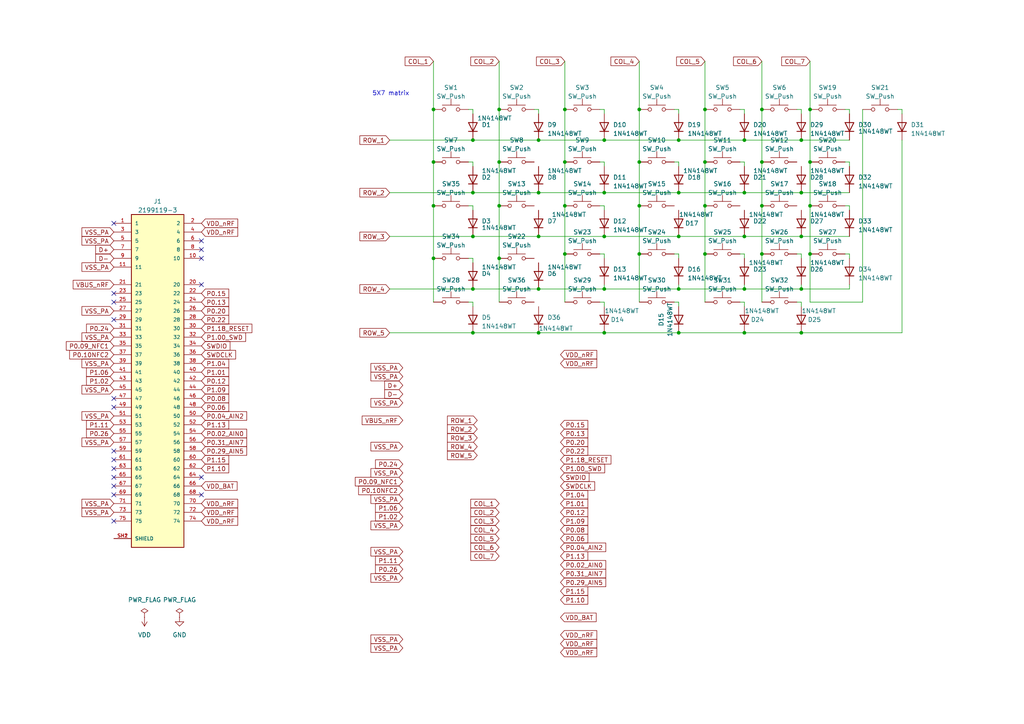
<source format=kicad_sch>
(kicad_sch (version 20230121) (generator eeschema)
  (paper "A4")
  (lib_symbols
    (symbol "2199119-3:2199119-3" (pin_names (offset 1.016))
      (property "Reference" "J" (at -7.6454 48.9966 0))
      (property "Value" "2199119-3" (at -7.62 -50.8762 0))
      (symbol "2199119-3_0_0"
        (rectangle (start -7.62 -48.26) (end 7.62 48.26) (stroke (width 0.254)) (fill (type background)))
        (pin passive line (at -12.7 45.72 0) (length 5.08) (name "1") (number "1"))
        (pin passive line (at 12.7 35.56 180) (length 5.08) (name "10") (number "10"))
        (pin passive line (at -12.7 33.02 0) (length 5.08) (name "11") (number "11"))
        (pin passive line (at 12.7 45.72 180) (length 5.08) (name "2") (number "2"))
        (pin passive line (at 12.7 27.94 180) (length 5.08) (name "20") (number "20"))
        (pin passive line (at -12.7 27.94 0) (length 5.08) (name "21") (number "21"))
        (pin passive line (at 12.7 25.4 180) (length 5.08) (name "22") (number "22"))
        (pin passive line (at -12.7 25.4 0) (length 5.08) (name "23") (number "23"))
        (pin passive line (at 12.7 22.86 180) (length 5.08) (name "24") (number "24"))
        (pin passive line (at -12.7 22.86 0) (length 5.08) (name "25") (number "25"))
        (pin passive line (at 12.7 20.32 180) (length 5.08) (name "26") (number "26"))
        (pin passive line (at -12.7 20.32 0) (length 5.08) (name "27") (number "27"))
        (pin passive line (at 12.7 17.78 180) (length 5.08) (name "28") (number "28"))
        (pin passive line (at -12.7 17.78 0) (length 5.08) (name "29") (number "29"))
        (pin passive line (at -12.7 43.18 0) (length 5.08) (name "3") (number "3"))
        (pin passive line (at 12.7 15.24 180) (length 5.08) (name "30") (number "30"))
        (pin passive line (at -12.7 15.24 0) (length 5.08) (name "31") (number "31"))
        (pin passive line (at 12.7 12.7 180) (length 5.08) (name "32") (number "32"))
        (pin passive line (at -12.7 12.7 0) (length 5.08) (name "33") (number "33"))
        (pin passive line (at 12.7 10.16 180) (length 5.08) (name "34") (number "34"))
        (pin passive line (at -12.7 10.16 0) (length 5.08) (name "35") (number "35"))
        (pin passive line (at 12.7 7.62 180) (length 5.08) (name "36") (number "36"))
        (pin passive line (at -12.7 7.62 0) (length 5.08) (name "37") (number "37"))
        (pin passive line (at 12.7 5.08 180) (length 5.08) (name "38") (number "38"))
        (pin passive line (at -12.7 5.08 0) (length 5.08) (name "39") (number "39"))
        (pin passive line (at 12.7 43.18 180) (length 5.08) (name "4") (number "4"))
        (pin passive line (at 12.7 2.54 180) (length 5.08) (name "40") (number "40"))
        (pin passive line (at -12.7 2.54 0) (length 5.08) (name "41") (number "41"))
        (pin passive line (at 12.7 0 180) (length 5.08) (name "42") (number "42"))
        (pin passive line (at -12.7 0 0) (length 5.08) (name "43") (number "43"))
        (pin passive line (at 12.7 -2.54 180) (length 5.08) (name "44") (number "44"))
        (pin passive line (at -12.7 -2.54 0) (length 5.08) (name "45") (number "45"))
        (pin passive line (at 12.7 -5.08 180) (length 5.08) (name "46") (number "46"))
        (pin passive line (at -12.7 -5.08 0) (length 5.08) (name "47") (number "47"))
        (pin passive line (at 12.7 -7.62 180) (length 5.08) (name "48") (number "48"))
        (pin passive line (at -12.7 -7.62 0) (length 5.08) (name "49") (number "49"))
        (pin passive line (at -12.7 40.64 0) (length 5.08) (name "5") (number "5"))
        (pin passive line (at 12.7 -10.16 180) (length 5.08) (name "50") (number "50"))
        (pin passive line (at -12.7 -10.16 0) (length 5.08) (name "51") (number "51"))
        (pin passive line (at 12.7 -12.7 180) (length 5.08) (name "52") (number "52"))
        (pin passive line (at -12.7 -12.7 0) (length 5.08) (name "53") (number "53"))
        (pin passive line (at 12.7 -15.24 180) (length 5.08) (name "54") (number "54"))
        (pin passive line (at -12.7 -15.24 0) (length 5.08) (name "55") (number "55"))
        (pin passive line (at 12.7 -17.78 180) (length 5.08) (name "56") (number "56"))
        (pin passive line (at -12.7 -17.78 0) (length 5.08) (name "57") (number "57"))
        (pin passive line (at 12.7 -20.32 180) (length 5.08) (name "58") (number "58"))
        (pin passive line (at -12.7 -20.32 0) (length 5.08) (name "59") (number "59"))
        (pin passive line (at 12.7 40.64 180) (length 5.08) (name "6") (number "6"))
        (pin passive line (at 12.7 -22.86 180) (length 5.08) (name "60") (number "60"))
        (pin passive line (at -12.7 -22.86 0) (length 5.08) (name "61") (number "61"))
        (pin passive line (at 12.7 -25.4 180) (length 5.08) (name "62") (number "62"))
        (pin passive line (at -12.7 -25.4 0) (length 5.08) (name "63") (number "63"))
        (pin passive line (at 12.7 -27.94 180) (length 5.08) (name "64") (number "64"))
        (pin passive line (at -12.7 -27.94 0) (length 5.08) (name "65") (number "65"))
        (pin passive line (at 12.7 -30.48 180) (length 5.08) (name "66") (number "66"))
        (pin passive line (at -12.7 -30.48 0) (length 5.08) (name "67") (number "67"))
        (pin passive line (at 12.7 -33.02 180) (length 5.08) (name "68") (number "68"))
        (pin passive line (at -12.7 -33.02 0) (length 5.08) (name "69") (number "69"))
        (pin passive line (at -12.7 38.1 0) (length 5.08) (name "7") (number "7"))
        (pin passive line (at 12.7 -35.56 180) (length 5.08) (name "70") (number "70"))
        (pin passive line (at -12.7 -35.56 0) (length 5.08) (name "71") (number "71"))
        (pin passive line (at 12.7 -38.1 180) (length 5.08) (name "72") (number "72"))
        (pin passive line (at -12.7 -38.1 0) (length 5.08) (name "73") (number "73"))
        (pin passive line (at 12.7 -40.64 180) (length 5.08) (name "74") (number "74"))
        (pin passive line (at -12.7 -40.64 0) (length 5.08) (name "75") (number "75"))
        (pin passive line (at 12.7 38.1 180) (length 5.08) (name "8") (number "8"))
        (pin passive line (at -12.7 35.56 0) (length 5.08) (name "9") (number "9"))
        (pin passive line (at -12.7 -45.72 0) (length 5.08) (name "SHIELD") (number "SH1"))
        (pin passive line (at -12.7 -45.72 0) (length 5.08) (name "SHIELD") (number "SH2"))
      )
    )
    (symbol "Diode:1N4148WT" (pin_numbers hide) (pin_names hide)
      (property "Reference" "D" (at 0 2.54 0))
      (property "Value" "1N4148WT" (at 0 -2.54 0))
      (symbol "1N4148WT_0_1"
        (polyline (pts (xy -1.27 1.27) (xy -1.27 -1.27)) (stroke (width 0.254)))
        (polyline (pts (xy 1.27 0) (xy -1.27 0)))
        (polyline (pts (xy 1.27 1.27) (xy 1.27 -1.27) (xy -1.27 0) (xy 1.27 1.27)) (stroke (width 0.254)))
      )
      (symbol "1N4148WT_1_1"
        (pin passive line (at -3.81 0 0) (length 2.54) (name "K") (number "1"))
        (pin passive line (at 3.81 0 180) (length 2.54) (name "A") (number "2"))
      )
    )
    (symbol "Switch:SW_Push" (pin_numbers hide) (pin_names (offset 1.016) hide)
      (property "Reference" "SW" (at 1.27 2.54 0))
      (property "Value" "SW_Push" (at 0 -1.524 0))
      (symbol "SW_Push_0_1"
        (circle (center -2.032 0) (radius 0.508))
        (polyline (pts (xy 0 1.27) (xy 0 3.048)))
        (polyline (pts (xy 2.54 1.27) (xy -2.54 1.27)))
        (circle (center 2.032 0) (radius 0.508))
        (pin passive line (at -5.08 0 0) (length 2.54) (name "1") (number "1"))
        (pin passive line (at 5.08 0 180) (length 2.54) (name "2") (number "2"))
      )
    )
    (symbol "power:GND" (power) (pin_names (offset 0))
      (property "Value" "GND" (at 0 -3.81 0))
      (symbol "GND_0_1"
        (polyline (pts (xy 0 0) (xy 0 -1.27) (xy 1.27 -1.27) (xy 0 -2.54) (xy -1.27 -1.27) (xy 0 -1.27)))
      )
      (symbol "GND_1_1"
        (pin power_in line (at 0 0 270) (length 0) hide (name "GND") (number "1"))
      )
    )
    (symbol "power:PWR_FLAG" (power) (pin_numbers hide) (pin_names (offset 0) hide)
      (property "Value" "PWR_FLAG" (at 0 3.81 0))
      (symbol "PWR_FLAG_0_0"
        (pin power_out line (at 0 0 90) (length 0) (name "pwr") (number "1"))
      )
      (symbol "PWR_FLAG_0_1"
        (polyline (pts (xy 0 0) (xy 0 1.27) (xy -1.016 1.905) (xy 0 2.54) (xy 1.016 1.905) (xy 0 1.27)))
      )
    )
    (symbol "power:VDD" (power) (pin_names (offset 0))
      (property "Value" "VDD" (at 0 3.81 0))
      (symbol "VDD_0_1"
        (polyline (pts (xy -0.762 1.27) (xy 0 2.54)))
        (polyline (pts (xy 0 0) (xy 0 2.54)))
        (polyline (pts (xy 0 2.54) (xy 0.762 1.27)))
      )
      (symbol "VDD_1_1"
        (pin power_in line (at 0 0 90) (length 0) hide (name "VDD") (number "1"))
      )
    )
  )
  (junction (at 175.26 83.82))
  (junction (at 215.9 68.58))
  (junction (at 215.9 40.64))
  (junction (at 196.85 68.58))
  (junction (at 175.26 55.88))
  (junction (at 137.16 68.58))
  (junction (at 220.98 73.66))
  (junction (at 232.41 40.64))
  (junction (at 234.95 31.75))
  (junction (at 234.95 59.69))
  (junction (at 144.78 46.99))
  (junction (at 234.95 46.99))
  (junction (at 232.41 96.52))
  (junction (at 234.95 73.66))
  (junction (at 215.9 55.88))
  (junction (at 204.47 46.99))
  (junction (at 137.16 83.82))
  (junction (at 204.47 31.75))
  (junction (at 144.78 31.75))
  (junction (at 220.98 46.99))
  (junction (at 156.21 68.58))
  (junction (at 137.16 55.88))
  (junction (at 204.47 59.69))
  (junction (at 156.21 83.82))
  (junction (at 196.85 83.82))
  (junction (at 196.85 55.88))
  (junction (at 204.47 73.66))
  (junction (at 137.16 40.64))
  (junction (at 185.42 31.75))
  (junction (at 163.83 46.99))
  (junction (at 163.83 59.69))
  (junction (at 185.42 59.69))
  (junction (at 144.78 74.93))
  (junction (at 185.42 73.66))
  (junction (at 175.26 40.64))
  (junction (at 232.41 83.82))
  (junction (at 196.85 40.64))
  (junction (at 125.73 59.69))
  (junction (at 156.21 40.64))
  (junction (at 220.98 31.75))
  (junction (at 163.83 31.75))
  (junction (at 175.26 96.52))
  (junction (at 163.83 73.66))
  (junction (at 125.73 74.93))
  (junction (at 220.98 59.69))
  (junction (at 137.16 96.52))
  (junction (at 185.42 46.99))
  (junction (at 156.21 96.52))
  (junction (at 175.26 68.58))
  (junction (at 215.9 96.52))
  (junction (at 196.85 96.52))
  (junction (at 144.78 59.69))
  (junction (at 215.9 83.82))
  (junction (at 125.73 31.75))
  (junction (at 232.41 68.58))
  (junction (at 125.73 46.99))
  (junction (at 156.21 55.88))
  (junction (at 232.41 55.88))
  (no_connect (at 33.02 87.63))
  (no_connect (at 33.02 143.51))
  (no_connect (at 33.02 92.71))
  (no_connect (at 33.02 133.35))
  (no_connect (at 33.02 130.81))
  (no_connect (at 33.02 140.97))
  (no_connect (at 58.42 72.39))
  (no_connect (at 33.02 115.57))
  (no_connect (at 58.42 69.85))
  (no_connect (at 33.02 138.43))
  (no_connect (at 58.42 74.93))
  (no_connect (at 33.02 118.11))
  (no_connect (at 33.02 85.09))
  (no_connect (at 33.02 64.77))
  (no_connect (at 58.42 138.43))
  (no_connect (at 33.02 151.13))
  (no_connect (at 58.42 82.55))
  (no_connect (at 58.42 143.51))
  (no_connect (at 33.02 135.89))
  (wire (pts (xy 125.73 31.75) (xy 125.73 46.99)))
  (wire (pts (xy 246.38 59.69) (xy 246.38 60.96)))
  (wire (pts (xy 156.21 83.82) (xy 175.26 83.82)))
  (wire (pts (xy 196.85 68.58) (xy 215.9 68.58)))
  (wire (pts (xy 246.38 83.82) (xy 246.38 82.55)))
  (wire (pts (xy 137.16 68.58) (xy 156.21 68.58)))
  (wire (pts (xy 137.16 60.96) (xy 137.16 59.69)))
  (wire (pts (xy 195.58 73.66) (xy 196.85 73.66)))
  (wire (pts (xy 135.89 87.63) (xy 137.16 87.63)))
  (wire (pts (xy 196.85 46.99) (xy 196.85 48.26)))
  (wire (pts (xy 156.21 40.64) (xy 175.26 40.64)))
  (wire (pts (xy 245.11 73.66) (xy 246.38 73.66)))
  (wire (pts (xy 245.11 31.75) (xy 246.38 31.75)))
  (wire (pts (xy 245.11 46.99) (xy 246.38 46.99)))
  (wire (pts (xy 144.78 31.75) (xy 144.78 46.99)))
  (wire (pts (xy 232.41 55.88) (xy 246.38 55.88)))
  (wire (pts (xy 234.95 73.66) (xy 234.95 87.63)))
  (wire (pts (xy 144.78 59.69) (xy 144.78 74.93)))
  (wire (pts (xy 196.85 40.64) (xy 215.9 40.64)))
  (wire (pts (xy 204.47 59.69) (xy 204.47 73.66)))
  (wire (pts (xy 185.42 31.75) (xy 185.42 46.99)))
  (wire (pts (xy 234.95 46.99) (xy 234.95 59.69)))
  (wire (pts (xy 196.85 73.66) (xy 196.85 74.93)))
  (wire (pts (xy 144.78 17.78) (xy 144.78 31.75)))
  (wire (pts (xy 232.41 96.52) (xy 261.62 96.52)))
  (wire (pts (xy 196.85 31.75) (xy 196.85 33.02)))
  (wire (pts (xy 215.9 96.52) (xy 232.41 96.52)))
  (wire (pts (xy 246.38 46.99) (xy 246.38 48.26)))
  (wire (pts (xy 113.03 83.82) (xy 137.16 83.82)))
  (wire (pts (xy 137.16 55.88) (xy 156.21 55.88)))
  (wire (pts (xy 185.42 17.78) (xy 185.42 31.75)))
  (wire (pts (xy 175.26 59.69) (xy 175.26 60.96)))
  (wire (pts (xy 125.73 59.69) (xy 125.73 74.93)))
  (wire (pts (xy 215.9 55.88) (xy 232.41 55.88)))
  (wire (pts (xy 260.35 31.75) (xy 261.62 31.75)))
  (wire (pts (xy 246.38 73.66) (xy 246.38 74.93)))
  (wire (pts (xy 173.99 46.99) (xy 175.26 46.99)))
  (wire (pts (xy 204.47 31.75) (xy 204.47 46.99)))
  (wire (pts (xy 234.95 87.63) (xy 250.19 87.63)))
  (wire (pts (xy 175.26 46.99) (xy 175.26 48.26)))
  (wire (pts (xy 215.9 68.58) (xy 232.41 68.58)))
  (wire (pts (xy 135.89 46.99) (xy 137.16 46.99)))
  (wire (pts (xy 261.62 31.75) (xy 261.62 33.02)))
  (wire (pts (xy 185.42 46.99) (xy 185.42 59.69)))
  (wire (pts (xy 231.14 87.63) (xy 232.41 87.63)))
  (wire (pts (xy 232.41 73.66) (xy 232.41 74.93)))
  (wire (pts (xy 231.14 73.66) (xy 232.41 73.66)))
  (wire (pts (xy 195.58 87.63) (xy 196.85 87.63)))
  (wire (pts (xy 185.42 59.69) (xy 185.42 73.66)))
  (wire (pts (xy 175.26 31.75) (xy 175.26 33.02)))
  (wire (pts (xy 196.85 96.52) (xy 215.9 96.52)))
  (wire (pts (xy 204.47 17.78) (xy 204.47 31.75)))
  (wire (pts (xy 196.85 83.82) (xy 215.9 83.82)))
  (wire (pts (xy 173.99 73.66) (xy 175.26 73.66)))
  (wire (pts (xy 137.16 31.75) (xy 137.16 33.02)))
  (wire (pts (xy 144.78 46.99) (xy 144.78 59.69)))
  (wire (pts (xy 175.26 68.58) (xy 196.85 68.58)))
  (wire (pts (xy 232.41 83.82) (xy 246.38 83.82)))
  (wire (pts (xy 156.21 31.75) (xy 156.21 33.02)))
  (wire (pts (xy 173.99 31.75) (xy 175.26 31.75)))
  (wire (pts (xy 195.58 31.75) (xy 196.85 31.75)))
  (wire (pts (xy 215.9 83.82) (xy 232.41 83.82)))
  (wire (pts (xy 215.9 73.66) (xy 215.9 74.93)))
  (wire (pts (xy 220.98 73.66) (xy 220.98 87.63)))
  (wire (pts (xy 175.26 96.52) (xy 196.85 96.52)))
  (wire (pts (xy 137.16 46.99) (xy 137.16 48.26)))
  (wire (pts (xy 137.16 59.69) (xy 135.89 59.69)))
  (wire (pts (xy 113.03 40.64) (xy 137.16 40.64)))
  (wire (pts (xy 204.47 73.66) (xy 204.47 87.63)))
  (wire (pts (xy 113.03 96.52) (xy 137.16 96.52)))
  (wire (pts (xy 137.16 40.64) (xy 156.21 40.64)))
  (wire (pts (xy 175.26 82.55) (xy 175.26 83.82)))
  (wire (pts (xy 137.16 87.63) (xy 137.16 88.9)))
  (wire (pts (xy 232.41 82.55) (xy 232.41 83.82)))
  (wire (pts (xy 250.19 87.63) (xy 250.19 31.75)))
  (wire (pts (xy 175.26 83.82) (xy 196.85 83.82)))
  (wire (pts (xy 234.95 59.69) (xy 234.95 73.66)))
  (wire (pts (xy 220.98 59.69) (xy 220.98 73.66)))
  (wire (pts (xy 215.9 31.75) (xy 215.9 33.02)))
  (wire (pts (xy 214.63 31.75) (xy 215.9 31.75)))
  (wire (pts (xy 113.03 68.58) (xy 137.16 68.58)))
  (wire (pts (xy 196.85 82.55) (xy 196.85 83.82)))
  (wire (pts (xy 156.21 31.75) (xy 154.94 31.75)))
  (wire (pts (xy 156.21 96.52) (xy 175.26 96.52)))
  (wire (pts (xy 232.41 31.75) (xy 232.41 33.02)))
  (wire (pts (xy 215.9 40.64) (xy 232.41 40.64)))
  (wire (pts (xy 234.95 17.78) (xy 234.95 31.75)))
  (wire (pts (xy 214.63 87.63) (xy 215.9 87.63)))
  (wire (pts (xy 220.98 46.99) (xy 220.98 59.69)))
  (wire (pts (xy 234.95 31.75) (xy 234.95 46.99)))
  (wire (pts (xy 232.41 68.58) (xy 246.38 68.58)))
  (wire (pts (xy 175.26 87.63) (xy 175.26 88.9)))
  (wire (pts (xy 175.26 73.66) (xy 175.26 74.93)))
  (wire (pts (xy 246.38 31.75) (xy 246.38 33.02)))
  (wire (pts (xy 173.99 59.69) (xy 175.26 59.69)))
  (wire (pts (xy 204.47 46.99) (xy 204.47 59.69)))
  (wire (pts (xy 125.73 74.93) (xy 125.73 87.63)))
  (wire (pts (xy 163.83 59.69) (xy 163.83 73.66)))
  (wire (pts (xy 163.83 46.99) (xy 163.83 59.69)))
  (wire (pts (xy 163.83 73.66) (xy 163.83 87.63)))
  (wire (pts (xy 156.21 68.58) (xy 175.26 68.58)))
  (wire (pts (xy 135.89 31.75) (xy 137.16 31.75)))
  (wire (pts (xy 220.98 17.78) (xy 220.98 31.75)))
  (wire (pts (xy 215.9 87.63) (xy 215.9 88.9)))
  (wire (pts (xy 163.83 31.75) (xy 163.83 46.99)))
  (wire (pts (xy 113.03 55.88) (xy 137.16 55.88)))
  (wire (pts (xy 137.16 96.52) (xy 156.21 96.52)))
  (wire (pts (xy 175.26 40.64) (xy 196.85 40.64)))
  (wire (pts (xy 232.41 87.63) (xy 232.41 88.9)))
  (wire (pts (xy 135.89 74.93) (xy 137.16 74.93)))
  (wire (pts (xy 261.62 40.64) (xy 261.62 96.52)))
  (wire (pts (xy 175.26 55.88) (xy 196.85 55.88)))
  (wire (pts (xy 214.63 73.66) (xy 215.9 73.66)))
  (wire (pts (xy 163.83 17.78) (xy 163.83 31.75)))
  (wire (pts (xy 196.85 55.88) (xy 215.9 55.88)))
  (wire (pts (xy 215.9 82.55) (xy 215.9 83.82)))
  (wire (pts (xy 173.99 87.63) (xy 175.26 87.63)))
  (wire (pts (xy 185.42 73.66) (xy 185.42 87.63)))
  (wire (pts (xy 144.78 74.93) (xy 144.78 87.63)))
  (wire (pts (xy 215.9 46.99) (xy 215.9 48.26)))
  (wire (pts (xy 245.11 59.69) (xy 246.38 59.69)))
  (wire (pts (xy 156.21 55.88) (xy 175.26 55.88)))
  (wire (pts (xy 137.16 83.82) (xy 156.21 83.82)))
  (wire (pts (xy 231.14 31.75) (xy 232.41 31.75)))
  (wire (pts (xy 195.58 46.99) (xy 196.85 46.99)))
  (wire (pts (xy 196.85 87.63) (xy 196.85 88.9)))
  (wire (pts (xy 125.73 46.99) (xy 125.73 59.69)))
  (wire (pts (xy 125.73 17.78) (xy 125.73 31.75)))
  (wire (pts (xy 214.63 46.99) (xy 215.9 46.99)))
  (wire (pts (xy 232.41 40.64) (xy 246.38 40.64)))
  (wire (pts (xy 137.16 74.93) (xy 137.16 76.2)))
  (wire (pts (xy 220.98 31.75) (xy 220.98 46.99)))
  (text "5X7 matrix" (at 107.95 27.94 0) (effects (font (size 1.27 1.27)) (justify left bottom)))
  (global_label "P1.18_RESET" (shape input) (at 58.42 95.25 0) (property "Intersheetrefs" "${INTERSHEET_REFS}" (effects hide)))
  (global_label "COL_5" (shape input) (at 204.47 17.78 180) (property "Intersheetrefs" "${INTERSHEET_REFS}" (effects hide)))
  (global_label "P1.06" (shape input) (at 116.84 147.32 180) (property "Intersheetrefs" "${INTERSHEET_REFS}" (effects hide)))
  (global_label "VSS_PA" (shape input) (at 116.84 129.54 180) (property "Intersheetrefs" "${INTERSHEET_REFS}" (effects hide)))
  (global_label "P1.02" (shape input) (at 33.02 110.49 180) (property "Intersheetrefs" "${INTERSHEET_REFS}" (effects hide)))
  (global_label "P1.09" (shape input) (at 162.56 151.13 0) (property "Intersheetrefs" "${INTERSHEET_REFS}" (effects hide)))
  (global_label "VSS_PA" (shape input) (at 33.02 128.27 180) (property "Intersheetrefs" "${INTERSHEET_REFS}" (effects hide)))
  (global_label "VSS_PA" (shape input) (at 116.84 137.16 180) (property "Intersheetrefs" "${INTERSHEET_REFS}" (effects hide)))
  (global_label "P0.24" (shape input) (at 33.02 95.25 180) (property "Intersheetrefs" "${INTERSHEET_REFS}" (effects hide)))
  (global_label "VDD_nRF" (shape input) (at 162.56 105.41 0) (property "Intersheetrefs" "${INTERSHEET_REFS}" (effects hide)))
  (global_label "ROW_1" (shape input) (at 113.03 40.64 180) (property "Intersheetrefs" "${INTERSHEET_REFS}" (effects hide)))
  (global_label "VSS_PA" (shape input) (at 116.84 109.22 180) (property "Intersheetrefs" "${INTERSHEET_REFS}" (effects hide)))
  (global_label "ROW_2" (shape input) (at 113.03 55.88 180) (property "Intersheetrefs" "${INTERSHEET_REFS}" (effects hide)))
  (global_label "P1.01" (shape input) (at 162.56 146.05 0) (property "Intersheetrefs" "${INTERSHEET_REFS}" (effects hide)))
  (global_label "VSS_PA" (shape input) (at 116.84 160.02 180) (property "Intersheetrefs" "${INTERSHEET_REFS}" (effects hide)))
  (global_label "SWDIO" (shape input) (at 58.42 100.33 0) (property "Intersheetrefs" "${INTERSHEET_REFS}" (effects hide)))
  (global_label "P1.15" (shape input) (at 162.56 171.45 0) (property "Intersheetrefs" "${INTERSHEET_REFS}" (effects hide)))
  (global_label "COL_1" (shape input) (at 144.78 146.05 180) (property "Intersheetrefs" "${INTERSHEET_REFS}" (effects hide)))
  (global_label "P0.26" (shape input) (at 33.02 125.73 180) (property "Intersheetrefs" "${INTERSHEET_REFS}" (effects hide)))
  (global_label "VDD_nRF" (shape input) (at 162.56 186.69 0) (property "Intersheetrefs" "${INTERSHEET_REFS}" (effects hide)))
  (global_label "ROW_4" (shape input) (at 138.43 129.54 180) (property "Intersheetrefs" "${INTERSHEET_REFS}" (effects hide)))
  (global_label "P0.04_AIN2" (shape input) (at 58.42 120.65 0) (property "Intersheetrefs" "${INTERSHEET_REFS}" (effects hide)))
  (global_label "VSS_PA" (shape input) (at 33.02 69.85 180) (property "Intersheetrefs" "${INTERSHEET_REFS}" (effects hide)))
  (global_label "P0.02_AIN0" (shape input) (at 162.56 163.83 0) (property "Intersheetrefs" "${INTERSHEET_REFS}" (effects hide)))
  (global_label "P0.31_AIN7" (shape input) (at 162.56 166.37 0) (property "Intersheetrefs" "${INTERSHEET_REFS}" (effects hide)))
  (global_label "P1.06" (shape input) (at 33.02 107.95 180) (property "Intersheetrefs" "${INTERSHEET_REFS}" (effects hide)))
  (global_label "P1.13" (shape input) (at 162.56 161.29 0) (property "Intersheetrefs" "${INTERSHEET_REFS}" (effects hide)))
  (global_label "VBUS_nRF" (shape input) (at 33.02 82.55 180) (property "Intersheetrefs" "${INTERSHEET_REFS}" (effects hide)))
  (global_label "P1.11" (shape input) (at 33.02 123.19 180) (property "Intersheetrefs" "${INTERSHEET_REFS}" (effects hide)))
  (global_label "VSS_PA" (shape input) (at 116.84 152.4 180) (property "Intersheetrefs" "${INTERSHEET_REFS}" (effects hide)))
  (global_label "VSS_PA" (shape input) (at 116.84 185.42 180) (property "Intersheetrefs" "${INTERSHEET_REFS}" (effects hide)))
  (global_label "ROW_3" (shape input) (at 138.43 127 180) (property "Intersheetrefs" "${INTERSHEET_REFS}" (effects hide)))
  (global_label "VDD_nRF" (shape input) (at 58.42 146.05 0) (property "Intersheetrefs" "${INTERSHEET_REFS}" (effects hide)))
  (global_label "COL_4" (shape input) (at 185.42 17.78 180) (property "Intersheetrefs" "${INTERSHEET_REFS}" (effects hide)))
  (global_label "D-" (shape input) (at 33.02 74.93 180) (property "Intersheetrefs" "${INTERSHEET_REFS}" (effects hide)))
  (global_label "D+" (shape input) (at 33.02 72.39 180) (property "Intersheetrefs" "${INTERSHEET_REFS}" (effects hide)))
  (global_label "P0.31_AIN7" (shape input) (at 58.42 128.27 0) (property "Intersheetrefs" "${INTERSHEET_REFS}" (effects hide)))
  (global_label "COL_6" (shape input) (at 144.78 158.75 180) (property "Intersheetrefs" "${INTERSHEET_REFS}" (effects hide)))
  (global_label "P0.13" (shape input) (at 162.56 125.73 0) (property "Intersheetrefs" "${INTERSHEET_REFS}" (effects hide)))
  (global_label "VSS_PA" (shape input) (at 33.02 90.17 180) (property "Intersheetrefs" "${INTERSHEET_REFS}" (effects hide)))
  (global_label "P0.08" (shape input) (at 58.42 115.57 0) (property "Intersheetrefs" "${INTERSHEET_REFS}" (effects hide)))
  (global_label "P1.02" (shape input) (at 116.84 149.86 180) (property "Intersheetrefs" "${INTERSHEET_REFS}" (effects hide)))
  (global_label "P1.09" (shape input) (at 58.42 113.03 0) (property "Intersheetrefs" "${INTERSHEET_REFS}" (effects hide)))
  (global_label "P0.04_AIN2" (shape input) (at 162.56 158.75 0) (property "Intersheetrefs" "${INTERSHEET_REFS}" (effects hide)))
  (global_label "P0.13" (shape input) (at 58.42 87.63 0) (property "Intersheetrefs" "${INTERSHEET_REFS}" (effects hide)))
  (global_label "P0.26" (shape input) (at 116.84 165.1 180) (property "Intersheetrefs" "${INTERSHEET_REFS}" (effects hide)))
  (global_label "P0.12" (shape input) (at 162.56 148.59 0) (property "Intersheetrefs" "${INTERSHEET_REFS}" (effects hide)))
  (global_label "D-" (shape input) (at 116.84 114.3 180) (property "Intersheetrefs" "${INTERSHEET_REFS}" (effects hide)))
  (global_label "ROW_2" (shape input) (at 138.43 124.46 180) (property "Intersheetrefs" "${INTERSHEET_REFS}" (effects hide)))
  (global_label "P1.11" (shape input) (at 116.84 162.56 180) (property "Intersheetrefs" "${INTERSHEET_REFS}" (effects hide)))
  (global_label "VSS_PA" (shape input) (at 33.02 67.31 180) (property "Intersheetrefs" "${INTERSHEET_REFS}" (effects hide)))
  (global_label "COL_7" (shape input) (at 234.95 17.78 180) (property "Intersheetrefs" "${INTERSHEET_REFS}" (effects hide)))
  (global_label "P1.13" (shape input) (at 58.42 123.19 0) (property "Intersheetrefs" "${INTERSHEET_REFS}" (effects hide)))
  (global_label "D+" (shape input) (at 116.84 111.76 180) (property "Intersheetrefs" "${INTERSHEET_REFS}" (effects hide)))
  (global_label "P0.12" (shape input) (at 58.42 110.49 0) (property "Intersheetrefs" "${INTERSHEET_REFS}" (effects hide)))
  (global_label "VDD_nRF" (shape input) (at 58.42 64.77 0) (property "Intersheetrefs" "${INTERSHEET_REFS}" (effects hide)))
  (global_label "COL_3" (shape input) (at 144.78 151.13 180) (property "Intersheetrefs" "${INTERSHEET_REFS}" (effects hide)))
  (global_label "P0.15" (shape input) (at 58.42 85.09 0) (property "Intersheetrefs" "${INTERSHEET_REFS}" (effects hide)))
  (global_label "VSS_PA" (shape input) (at 116.84 187.96 180) (property "Intersheetrefs" "${INTERSHEET_REFS}" (effects hide)))
  (global_label "SWDCLK" (shape input) (at 162.56 140.97 0) (property "Intersheetrefs" "${INTERSHEET_REFS}" (effects hide)))
  (global_label "COL_6" (shape input) (at 220.98 17.78 180) (property "Intersheetrefs" "${INTERSHEET_REFS}" (effects hide)))
  (global_label "VDD_nRF" (shape input) (at 162.56 189.23 0) (property "Intersheetrefs" "${INTERSHEET_REFS}" (effects hide)))
  (global_label "VBUS_nRF" (shape input) (at 116.84 121.92 180) (property "Intersheetrefs" "${INTERSHEET_REFS}" (effects hide)))
  (global_label "P1.04" (shape input) (at 58.42 105.41 0) (property "Intersheetrefs" "${INTERSHEET_REFS}" (effects hide)))
  (global_label "COL_5" (shape input) (at 144.78 156.21 180) (property "Intersheetrefs" "${INTERSHEET_REFS}" (effects hide)))
  (global_label "VDD_nRF" (shape input) (at 162.56 102.87 0) (property "Intersheetrefs" "${INTERSHEET_REFS}" (effects hide)))
  (global_label "P1.00_SWD" (shape input) (at 58.42 97.79 0) (property "Intersheetrefs" "${INTERSHEET_REFS}" (effects hide)))
  (global_label "VSS_PA" (shape input) (at 116.84 116.84 180) (property "Intersheetrefs" "${INTERSHEET_REFS}" (effects hide)))
  (global_label "P0.22" (shape input) (at 58.42 92.71 0) (property "Intersheetrefs" "${INTERSHEET_REFS}" (effects hide)))
  (global_label "VSS_PA" (shape input) (at 33.02 97.79 180) (property "Intersheetrefs" "${INTERSHEET_REFS}" (effects hide)))
  (global_label "VSS_PA" (shape input) (at 116.84 167.64 180) (property "Intersheetrefs" "${INTERSHEET_REFS}" (effects hide)))
  (global_label "COL_2" (shape input) (at 144.78 17.78 180) (property "Intersheetrefs" "${INTERSHEET_REFS}" (effects hide)))
  (global_label "VSS_PA" (shape input) (at 33.02 120.65 180) (property "Intersheetrefs" "${INTERSHEET_REFS}" (effects hide)))
  (global_label "VDD_BAT" (shape input) (at 162.56 179.07 0) (property "Intersheetrefs" "${INTERSHEET_REFS}" (effects hide)))
  (global_label "VSS_PA" (shape input) (at 33.02 113.03 180) (property "Intersheetrefs" "${INTERSHEET_REFS}" (effects hide)))
  (global_label "COL_1" (shape input) (at 125.73 17.78 180) (property "Intersheetrefs" "${INTERSHEET_REFS}" (effects hide)))
  (global_label "P0.29_AIN5" (shape input) (at 58.42 130.81 0) (property "Intersheetrefs" "${INTERSHEET_REFS}" (effects hide)))
  (global_label "P0.29_AIN5" (shape input) (at 162.56 168.91 0) (property "Intersheetrefs" "${INTERSHEET_REFS}" (effects hide)))
  (global_label "P0.06" (shape input) (at 58.42 118.11 0) (property "Intersheetrefs" "${INTERSHEET_REFS}" (effects hide)))
  (global_label "P0.22" (shape input) (at 162.56 130.81 0) (property "Intersheetrefs" "${INTERSHEET_REFS}" (effects hide)))
  (global_label "ROW_5" (shape input) (at 113.03 96.52 180) (property "Intersheetrefs" "${INTERSHEET_REFS}" (effects hide)))
  (global_label "ROW_4" (shape input) (at 113.03 83.82 180) (property "Intersheetrefs" "${INTERSHEET_REFS}" (effects hide)))
  (global_label "P0.08" (shape input) (at 162.56 153.67 0) (property "Intersheetrefs" "${INTERSHEET_REFS}" (effects hide)))
  (global_label "ROW_3" (shape input) (at 113.03 68.58 180) (property "Intersheetrefs" "${INTERSHEET_REFS}" (effects hide)))
  (global_label "P0.09_NFC1" (shape input) (at 33.02 100.33 180) (property "Intersheetrefs" "${INTERSHEET_REFS}" (effects hide)))
  (global_label "VDD_nRF" (shape input) (at 162.56 184.15 0) (property "Intersheetrefs" "${INTERSHEET_REFS}" (effects hide)))
  (global_label "P0.10NFC2" (shape input) (at 33.02 102.87 180) (property "Intersheetrefs" "${INTERSHEET_REFS}" (effects hide)))
  (global_label "SWDCLK" (shape input) (at 58.42 102.87 0) (property "Intersheetrefs" "${INTERSHEET_REFS}" (effects hide)))
  (global_label "VSS_PA" (shape input) (at 33.02 148.59 180) (property "Intersheetrefs" "${INTERSHEET_REFS}" (effects hide)))
  (global_label "VSS_PA" (shape input) (at 116.84 106.68 180) (property "Intersheetrefs" "${INTERSHEET_REFS}" (effects hide)))
  (global_label "COL_4" (shape input) (at 144.78 153.67 180) (property "Intersheetrefs" "${INTERSHEET_REFS}" (effects hide)))
  (global_label "VSS_PA" (shape input) (at 116.84 144.78 180) (property "Intersheetrefs" "${INTERSHEET_REFS}" (effects hide)))
  (global_label "COL_7" (shape input) (at 144.78 161.29 180) (property "Intersheetrefs" "${INTERSHEET_REFS}" (effects hide)))
  (global_label "VDD_BAT" (shape input) (at 58.42 140.97 0) (property "Intersheetrefs" "${INTERSHEET_REFS}" (effects hide)))
  (global_label "COL_3" (shape input) (at 163.83 17.78 180) (property "Intersheetrefs" "${INTERSHEET_REFS}" (effects hide)))
  (global_label "P0.02_AIN0" (shape input) (at 58.42 125.73 0) (property "Intersheetrefs" "${INTERSHEET_REFS}" (effects hide)))
  (global_label "P0.24" (shape input) (at 116.84 134.62 180) (property "Intersheetrefs" "${INTERSHEET_REFS}" (effects hide)))
  (global_label "VSS_PA" (shape input) (at 33.02 77.47 180) (property "Intersheetrefs" "${INTERSHEET_REFS}" (effects hide)))
  (global_label "P0.06" (shape input) (at 162.56 156.21 0) (property "Intersheetrefs" "${INTERSHEET_REFS}" (effects hide)))
  (global_label "P0.09_NFC1" (shape input) (at 116.84 139.7 180) (property "Intersheetrefs" "${INTERSHEET_REFS}" (effects hide)))
  (global_label "P1.10" (shape input) (at 162.56 173.99 0) (property "Intersheetrefs" "${INTERSHEET_REFS}" (effects hide)))
  (global_label "P1.15" (shape input) (at 58.42 133.35 0) (property "Intersheetrefs" "${INTERSHEET_REFS}" (effects hide)))
  (global_label "P1.00_SWD" (shape input) (at 162.56 135.89 0) (property "Intersheetrefs" "${INTERSHEET_REFS}" (effects hide)))
  (global_label "P1.10" (shape input) (at 58.42 135.89 0) (property "Intersheetrefs" "${INTERSHEET_REFS}" (effects hide)))
  (global_label "ROW_1" (shape input) (at 138.43 121.92 180) (property "Intersheetrefs" "${INTERSHEET_REFS}" (effects hide)))
  (global_label "P1.04" (shape input) (at 162.56 143.51 0) (property "Intersheetrefs" "${INTERSHEET_REFS}" (effects hide)))
  (global_label "P0.15" (shape input) (at 162.56 123.19 0) (property "Intersheetrefs" "${INTERSHEET_REFS}" (effects hide)))
  (global_label "P0.20" (shape input) (at 58.42 90.17 0) (property "Intersheetrefs" "${INTERSHEET_REFS}" (effects hide)))
  (global_label "VDD_nRF" (shape input) (at 58.42 67.31 0) (property "Intersheetrefs" "${INTERSHEET_REFS}" (effects hide)))
  (global_label "P0.10NFC2" (shape input) (at 116.84 142.24 180) (property "Intersheetrefs" "${INTERSHEET_REFS}" (effects hide)))
  (global_label "ROW_5" (shape input) (at 138.43 132.08 180) (property "Intersheetrefs" "${INTERSHEET_REFS}" (effects hide)))
  (global_label "VDD_nRF" (shape input) (at 58.42 151.13 0) (property "Intersheetrefs" "${INTERSHEET_REFS}" (effects hide)))
  (global_label "VSS_PA" (shape input) (at 33.02 105.41 180) (property "Intersheetrefs" "${INTERSHEET_REFS}" (effects hide)))
  (global_label "COL_2" (shape input) (at 144.78 148.59 180) (property "Intersheetrefs" "${INTERSHEET_REFS}" (effects hide)))
  (global_label "P1.01" (shape input) (at 58.42 107.95 0) (property "Intersheetrefs" "${INTERSHEET_REFS}" (effects hide)))
  (global_label "P0.20" (shape input) (at 162.56 128.27 0) (property "Intersheetrefs" "${INTERSHEET_REFS}" (effects hide)))
  (global_label "SWDIO" (shape input) (at 162.56 138.43 0) (property "Intersheetrefs" "${INTERSHEET_REFS}" (effects hide)))
  (global_label "VDD_nRF" (shape input) (at 58.42 148.59 0) (property "Intersheetrefs" "${INTERSHEET_REFS}" (effects hide)))
  (global_label "P1.18_RESET" (shape input) (at 162.56 133.35 0) (property "Intersheetrefs" "${INTERSHEET_REFS}" (effects hide)))
  (global_label "VSS_PA" (shape input) (at 33.02 146.05 180) (property "Intersheetrefs" "${INTERSHEET_REFS}" (effects hide)))
  (symbol (lib_id "Switch:SW_Push") (at 226.06 73.66 0) (unit 1)
    (property "Reference" "SW26" (at 226.06 67.31 0))
    (property "Value" "SW_Push" (at 226.06 69.85 0))
  )
  (symbol (lib_id "Switch:SW_Push") (at 209.55 59.69 0) (unit 1)
    (property "Reference" "SW16" (at 209.55 53.34 0))
    (property "Value" "SW_Push" (at 209.55 55.88 0))
  )
  (symbol (lib_id "Switch:SW_Push") (at 240.03 31.75 0) (unit 1)
    (property "Reference" "SW19" (at 240.03 25.4 0))
    (property "Value" "SW_Push" (at 240.03 27.94 0))
  )
  (symbol (lib_id "Switch:SW_Push") (at 226.06 31.75 0) (unit 1)
    (property "Reference" "SW6" (at 226.06 25.4 0))
    (property "Value" "SW_Push" (at 226.06 27.94 0))
  )
  (symbol (lib_id "Switch:SW_Push") (at 168.91 73.66 0) (unit 1)
    (property "Reference" "SW23" (at 168.91 67.31 0))
    (property "Value" "SW_Push" (at 168.91 69.85 0))
  )
  (symbol (lib_id "2199119-3:2199119-3") (at 45.72 110.49 0) (unit 1)
    (property "Reference" "J1" (at 45.72 58.42 0))
    (property "Value" "2199119-3" (at 45.72 60.96 0))
    (property "Footprint" "TE_2199119-3" (effects hide))
    (property "EU_RoHS_Compliance" "Compliant" (effects hide))
    (property "Comment" "2199119-3" (effects hide))
  )
  (symbol (lib_id "Switch:SW_Push") (at 240.03 73.66 0) (unit 1)
    (property "Reference" "SW27" (at 240.03 67.31 0))
    (property "Value" "SW_Push" (at 240.03 69.85 0))
  )
  (symbol (lib_id "Diode:1N4148WT") (at 175.26 36.83 90) (unit 1)
    (property "Reference" "D10" (at 177.8 36.195 90) (effects (justify right)))
    (property "Value" "1N4148WT" (at 177.8 38.735 90) (effects (justify right)))
    (property "Footprint" "Diode_SMD:D_SOD-523" (effects hide))
    (property "Datasheet" "https://www.diodes.com/assets/Datasheets/ds30396.pdf" (effects hide))
    (property "Sim.Device" "D" (effects hide))
    (property "Sim.Pins" "1=K 2=A" (effects hide))
  )
  (symbol (lib_id "Switch:SW_Push") (at 168.91 31.75 0) (unit 1)
    (property "Reference" "SW3" (at 168.91 25.4 0))
    (property "Value" "SW_Push" (at 168.91 27.94 0))
  )
  (symbol (lib_id "Diode:1N4148WT") (at 232.41 78.74 90) (unit 1)
    (property "Reference" "D26" (at 234.95 78.105 90) (effects (justify right)))
    (property "Value" "1N4148WT" (at 234.95 76.2 90) (effects (justify right)))
    (property "Footprint" "Diode_SMD:D_SOD-523" (effects hide))
    (property "Datasheet" "https://www.diodes.com/assets/Datasheets/ds30396.pdf" (effects hide))
    (property "Sim.Device" "D" (effects hide))
    (property "Sim.Pins" "1=K 2=A" (effects hide))
  )
  (symbol (lib_id "Diode:1N4148WT") (at 215.9 64.77 90) (unit 1)
    (property "Reference" "D22" (at 218.44 64.135 90) (effects (justify right)))
    (property "Value" "1N4148WT" (at 217.17 62.23 90) (effects (justify right)))
    (property "Footprint" "Diode_SMD:D_SOD-523" (effects hide))
    (property "Datasheet" "https://www.diodes.com/assets/Datasheets/ds30396.pdf" (effects hide))
    (property "Sim.Device" "D" (effects hide))
    (property "Sim.Pins" "1=K 2=A" (effects hide))
  )
  (symbol (lib_id "Switch:SW_Push") (at 226.06 46.99 0) (unit 1)
    (property "Reference" "SW12" (at 226.06 40.64 0))
    (property "Value" "SW_Push" (at 226.06 43.18 0))
  )
  (symbol (lib_id "Switch:SW_Push") (at 149.86 46.99 0) (unit 1)
    (property "Reference" "SW8" (at 149.86 40.64 0))
    (property "Value" "SW_Push" (at 149.86 43.18 0))
  )
  (symbol (lib_id "power:VDD") (at 41.91 179.07 180) (unit 1)
    (property "Reference" "#PWR01" (effects hide))
    (property "Value" "VDD" (at 41.91 184.15 0))
  )
  (symbol (lib_id "Diode:1N4148WT") (at 196.85 36.83 90) (unit 1)
    (property "Reference" "D19" (at 199.39 36.195 90) (effects (justify right)))
    (property "Value" "1N4148WT" (at 199.39 38.735 90) (effects (justify right)))
    (property "Footprint" "Diode_SMD:D_SOD-523" (effects hide))
    (property "Datasheet" "https://www.diodes.com/assets/Datasheets/ds30396.pdf" (effects hide))
    (property "Sim.Device" "D" (effects hide))
    (property "Sim.Pins" "1=K 2=A" (effects hide))
  )
  (symbol (lib_id "Diode:1N4148WT") (at 196.85 78.74 90) (unit 1)
    (property "Reference" "D16" (at 199.39 78.105 90) (effects (justify right)))
    (property "Value" "1N4148WT" (at 199.39 80.645 90) (effects (justify right)))
    (property "Footprint" "Diode_SMD:D_SOD-523" (effects hide))
    (property "Datasheet" "https://www.diodes.com/assets/Datasheets/ds30396.pdf" (effects hide))
    (property "Sim.Device" "D" (effects hide))
    (property "Sim.Pins" "1=K 2=A" (effects hide))
  )
  (symbol (lib_id "Switch:SW_Push") (at 149.86 31.75 0) (unit 1)
    (property "Reference" "SW2" (at 149.86 25.4 0))
    (property "Value" "SW_Push" (at 149.86 27.94 0))
  )
  (symbol (lib_id "Diode:1N4148WT") (at 156.21 64.77 90) (unit 1)
    (property "Reference" "D7" (at 158.75 64.135 90) (effects (justify right)))
    (property "Value" "1N4148WT" (at 160.02 62.23 90) (effects (justify right)))
    (property "Footprint" "Diode_SMD:D_SOD-523" (effects hide))
    (property "Datasheet" "https://www.diodes.com/assets/Datasheets/ds30396.pdf" (effects hide))
    (property "Sim.Device" "D" (effects hide))
    (property "Sim.Pins" "1=K 2=A" (effects hide))
  )
  (symbol (lib_id "Switch:SW_Push") (at 209.55 46.99 0) (unit 1)
    (property "Reference" "SW11" (at 209.55 40.64 0))
    (property "Value" "SW_Push" (at 209.55 43.18 0))
  )
  (symbol (lib_id "Switch:SW_Push") (at 149.86 74.93 0) (unit 1)
    (property "Reference" "SW22" (at 149.86 68.58 0))
    (property "Value" "SW_Push" (at 149.86 71.12 0))
  )
  (symbol (lib_id "Switch:SW_Push") (at 240.03 46.99 0) (unit 1)
    (property "Reference" "SW20" (at 240.03 40.64 0))
    (property "Value" "SW_Push" (at 240.03 43.18 0))
  )
  (symbol (lib_id "Diode:1N4148WT") (at 215.9 52.07 90) (unit 1)
    (property "Reference" "D21" (at 218.44 51.435 90) (effects (justify right)))
    (property "Value" "1N4148WT" (at 218.44 49.53 90) (effects (justify right)))
    (property "Footprint" "Diode_SMD:D_SOD-523" (effects hide))
    (property "Datasheet" "https://www.diodes.com/assets/Datasheets/ds30396.pdf" (effects hide))
    (property "Sim.Device" "D" (effects hide))
    (property "Sim.Pins" "1=K 2=A" (effects hide))
  )
  (symbol (lib_id "Switch:SW_Push") (at 149.86 59.69 0) (unit 1)
    (property "Reference" "SW13" (at 149.86 53.34 0))
    (property "Value" "SW_Push" (at 149.86 55.88 0))
  )
  (symbol (lib_id "Diode:1N4148WT") (at 215.9 92.71 90) (unit 1)
    (property "Reference" "D24" (at 219.71 92.71 90))
    (property "Value" "1N4148WT" (at 220.98 90.17 90))
    (property "Footprint" "Diode_SMD:D_SOD-523" (effects hide))
    (property "Datasheet" "https://www.diodes.com/assets/Datasheets/ds30396.pdf" (effects hide))
    (property "Sim.Device" "D" (effects hide))
    (property "Sim.Pins" "1=K 2=A" (effects hide))
  )
  (symbol (lib_id "Switch:SW_Push") (at 130.81 46.99 0) (unit 1)
    (property "Reference" "SW7" (at 130.81 40.64 0))
    (property "Value" "SW_Push" (at 130.81 43.18 0))
  )
  (symbol (lib_id "Switch:SW_Push") (at 226.06 87.63 0) (unit 1)
    (property "Reference" "SW32" (at 226.06 81.28 0))
    (property "Value" "SW_Push" (at 226.06 83.82 0))
  )
  (symbol (lib_id "Diode:1N4148WT") (at 196.85 92.71 90) (unit 1)
    (property "Reference" "D15" (at 191.77 92.71 0))
    (property "Value" "1N4148WT" (at 194.31 92.71 0))
    (property "Footprint" "Diode_SMD:D_SOD-523" (effects hide))
    (property "Datasheet" "https://www.diodes.com/assets/Datasheets/ds30396.pdf" (effects hide))
    (property "Sim.Device" "D" (effects hide))
    (property "Sim.Pins" "1=K 2=A" (effects hide))
  )
  (symbol (lib_id "Diode:1N4148WT") (at 137.16 64.77 90) (unit 1)
    (property "Reference" "D3" (at 139.7 64.135 90) (effects (justify right)))
    (property "Value" "1N4148WT" (at 139.7 66.04 90) (effects (justify right)))
    (property "Footprint" "Diode_SMD:D_SOD-523" (effects hide))
    (property "Datasheet" "https://www.diodes.com/assets/Datasheets/ds30396.pdf" (effects hide))
    (property "Sim.Device" "D" (effects hide))
    (property "Sim.Pins" "1=K 2=A" (effects hide))
  )
  (symbol (lib_id "Diode:1N4148WT") (at 175.26 92.71 90) (unit 1)
    (property "Reference" "D14" (at 179.07 92.71 90))
    (property "Value" "1N4148WT" (at 180.34 90.17 90))
    (property "Footprint" "Diode_SMD:D_SOD-523" (effects hide))
    (property "Datasheet" "https://www.diodes.com/assets/Datasheets/ds30396.pdf" (effects hide))
    (property "Sim.Device" "D" (effects hide))
    (property "Sim.Pins" "1=K 2=A" (effects hide))
  )
  (symbol (lib_id "Switch:SW_Push") (at 190.5 46.99 0) (unit 1)
    (property "Reference" "SW10" (at 190.5 40.64 0))
    (property "Value" "SW_Push" (at 190.5 43.18 0))
  )
  (symbol (lib_id "Switch:SW_Push") (at 190.5 73.66 0) (unit 1)
    (property "Reference" "SW24" (at 190.5 67.31 0))
    (property "Value" "SW_Push" (at 190.5 69.85 0))
  )
  (symbol (lib_id "Diode:1N4148WT") (at 232.41 52.07 90) (unit 1)
    (property "Reference" "D28" (at 234.95 51.435 90) (effects (justify right)))
    (property "Value" "1N4148WT" (at 234.95 49.53 90) (effects (justify right)))
    (property "Footprint" "Diode_SMD:D_SOD-523" (effects hide))
    (property "Datasheet" "https://www.diodes.com/assets/Datasheets/ds30396.pdf" (effects hide))
    (property "Sim.Device" "D" (effects hide))
    (property "Sim.Pins" "1=K 2=A" (effects hide))
  )
  (symbol (lib_id "Diode:1N4148WT") (at 232.41 92.71 90) (unit 1)
    (property "Reference" "D25" (at 236.22 92.71 90))
    (property "Value" "1N4148WT" (at 237.49 90.17 90))
    (property "Footprint" "Diode_SMD:D_SOD-523" (effects hide))
    (property "Datasheet" "https://www.diodes.com/assets/Datasheets/ds30396.pdf" (effects hide))
    (property "Sim.Device" "D" (effects hide))
    (property "Sim.Pins" "1=K 2=A" (effects hide))
  )
  (symbol (lib_id "Switch:SW_Push") (at 149.86 87.63 0) (unit 1)
    (property "Reference" "SW36" (at 149.86 81.28 0))
    (property "Value" "SW_Push" (at 149.86 83.82 0))
  )
  (symbol (lib_id "Switch:SW_Push") (at 255.27 31.75 0) (unit 1)
    (property "Reference" "SW21" (at 255.27 25.4 0))
    (property "Value" "SW_Push" (at 255.27 27.94 0))
  )
  (symbol (lib_id "Diode:1N4148WT") (at 156.21 92.71 90) (unit 1)
    (property "Reference" "D36" (at 158.75 92.075 90) (effects (justify right)))
    (property "Value" "1N4148WT" (at 156.21 95.25 90) (effects (justify right)))
    (property "Footprint" "Diode_SMD:D_SOD-523" (effects hide))
    (property "Datasheet" "https://www.diodes.com/assets/Datasheets/ds30396.pdf" (effects hide))
    (property "Sim.Device" "D" (effects hide))
    (property "Sim.Pins" "1=K 2=A" (effects hide))
  )
  (symbol (lib_id "Switch:SW_Push") (at 226.06 59.69 0) (unit 1)
    (property "Reference" "SW17" (at 226.06 53.34 0))
    (property "Value" "SW_Push" (at 226.06 55.88 0))
  )
  (symbol (lib_id "Switch:SW_Push") (at 190.5 59.69 0) (unit 1)
    (property "Reference" "SW15" (at 190.5 53.34 0))
    (property "Value" "SW_Push" (at 190.5 55.88 0))
  )
  (symbol (lib_id "Diode:1N4148WT") (at 246.38 64.77 90) (unit 1)
    (property "Reference" "D33" (at 248.92 64.135 90) (effects (justify right)))
    (property "Value" "1N4148WT" (at 248.92 66.675 90) (effects (justify right)))
    (property "Footprint" "Diode_SMD:D_SOD-523" (effects hide))
    (property "Datasheet" "https://www.diodes.com/assets/Datasheets/ds30396.pdf" (effects hide))
    (property "Sim.Device" "D" (effects hide))
    (property "Sim.Pins" "1=K 2=A" (effects hide))
  )
  (symbol (lib_id "Diode:1N4148WT") (at 156.21 52.07 90) (unit 1)
    (property "Reference" "D8" (at 158.75 51.435 90) (effects (justify right)))
    (property "Value" "1N4148WT" (at 158.75 49.53 90) (effects (justify right)))
    (property "Footprint" "Diode_SMD:D_SOD-523" (effects hide))
    (property "Datasheet" "https://www.diodes.com/assets/Datasheets/ds30396.pdf" (effects hide))
    (property "Sim.Device" "D" (effects hide))
    (property "Sim.Pins" "1=K 2=A" (effects hide))
  )
  (symbol (lib_id "power:PWR_FLAG") (at 52.07 179.07 0) (unit 1)
    (property "Reference" "#FLG02" (effects hide))
    (property "Value" "PWR_FLAG" (at 52.07 173.99 0))
  )
  (symbol (lib_id "Switch:SW_Push") (at 190.5 31.75 0) (unit 1)
    (property "Reference" "SW4" (at 190.5 25.4 0))
    (property "Value" "SW_Push" (at 190.5 27.94 0))
  )
  (symbol (lib_id "Switch:SW_Push") (at 209.55 73.66 0) (unit 1)
    (property "Reference" "SW25" (at 209.55 67.31 0))
    (property "Value" "SW_Push" (at 209.55 69.85 0))
  )
  (symbol (lib_id "Switch:SW_Push") (at 130.81 87.63 0) (unit 1)
    (property "Reference" "SW28" (at 130.81 81.28 0))
    (property "Value" "SW_Push" (at 130.81 83.82 0))
  )
  (symbol (lib_id "Diode:1N4148WT") (at 175.26 64.77 90) (unit 1)
    (property "Reference" "D12" (at 177.8 64.135 90) (effects (justify right)))
    (property "Value" "1N4148WT" (at 177.8 66.675 90) (effects (justify right)))
    (property "Footprint" "Diode_SMD:D_SOD-523" (effects hide))
    (property "Datasheet" "https://www.diodes.com/assets/Datasheets/ds30396.pdf" (effects hide))
    (property "Sim.Device" "D" (effects hide))
    (property "Sim.Pins" "1=K 2=A" (effects hide))
  )
  (symbol (lib_id "Diode:1N4148WT") (at 137.16 92.71 90) (unit 1)
    (property "Reference" "D5" (at 139.7 92.075 90) (effects (justify right)))
    (property "Value" "1N4148WT" (at 139.7 94.615 90) (effects (justify right)))
    (property "Footprint" "Diode_SMD:D_SOD-523" (effects hide))
    (property "Datasheet" "https://www.diodes.com/assets/Datasheets/ds30396.pdf" (effects hide))
    (property "Sim.Device" "D" (effects hide))
    (property "Sim.Pins" "1=K 2=A" (effects hide))
  )
  (symbol (lib_id "Switch:SW_Push") (at 240.03 59.69 0) (unit 1)
    (property "Reference" "SW18" (at 240.03 53.34 0))
    (property "Value" "SW_Push" (at 240.03 55.88 0))
  )
  (symbol (lib_id "Diode:1N4148WT") (at 232.41 36.83 90) (unit 1)
    (property "Reference" "D29" (at 234.95 36.195 90) (effects (justify right)))
    (property "Value" "1N4148WT" (at 234.95 38.735 90) (effects (justify right)))
    (property "Footprint" "Diode_SMD:D_SOD-523" (effects hide))
    (property "Datasheet" "https://www.diodes.com/assets/Datasheets/ds30396.pdf" (effects hide))
    (property "Sim.Device" "D" (effects hide))
    (property "Sim.Pins" "1=K 2=A" (effects hide))
  )
  (symbol (lib_id "Switch:SW_Push") (at 209.55 31.75 0) (unit 1)
    (property "Reference" "SW5" (at 209.55 25.4 0))
    (property "Value" "SW_Push" (at 209.55 27.94 0))
  )
  (symbol (lib_id "Diode:1N4148WT") (at 246.38 52.07 90) (unit 1)
    (property "Reference" "D32" (at 248.92 51.435 90) (effects (justify right)))
    (property "Value" "1N4148WT" (at 248.92 53.975 90) (effects (justify right)))
    (property "Footprint" "Diode_SMD:D_SOD-523" (effects hide))
    (property "Datasheet" "https://www.diodes.com/assets/Datasheets/ds30396.pdf" (effects hide))
    (property "Sim.Device" "D" (effects hide))
    (property "Sim.Pins" "1=K 2=A" (effects hide))
  )
  (symbol (lib_id "Switch:SW_Push") (at 168.91 59.69 0) (unit 1)
    (property "Reference" "SW14" (at 168.91 53.34 0))
    (property "Value" "SW_Push" (at 168.91 55.88 0))
  )
  (symbol (lib_id "Diode:1N4148WT") (at 137.16 36.83 90) (unit 1)
    (property "Reference" "D1" (at 139.7 36.195 90) (effects (justify right)))
    (property "Value" "1N4148WT" (at 138.43 34.29 90) (effects (justify right)))
    (property "Footprint" "Diode_SMD:D_SOD-523" (effects hide))
    (property "Datasheet" "https://www.diodes.com/assets/Datasheets/ds30396.pdf" (effects hide))
    (property "Sim.Device" "D" (effects hide))
    (property "Sim.Pins" "1=K 2=A" (effects hide))
  )
  (symbol (lib_id "Diode:1N4148WT") (at 215.9 78.74 90) (unit 1)
    (property "Reference" "D23" (at 218.44 78.105 90) (effects (justify right)))
    (property "Value" "1N4148WT" (at 217.17 76.2 90) (effects (justify right)))
    (property "Footprint" "Diode_SMD:D_SOD-523" (effects hide))
    (property "Datasheet" "https://www.diodes.com/assets/Datasheets/ds30396.pdf" (effects hide))
    (property "Sim.Device" "D" (effects hide))
    (property "Sim.Pins" "1=K 2=A" (effects hide))
  )
  (symbol (lib_id "Switch:SW_Push") (at 168.91 46.99 0) (unit 1)
    (property "Reference" "SW9" (at 168.91 40.64 0))
    (property "Value" "SW_Push" (at 168.91 43.18 0))
  )
  (symbol (lib_id "Diode:1N4148WT") (at 196.85 52.07 90) (unit 1)
    (property "Reference" "D18" (at 199.39 51.435 90) (effects (justify right)))
    (property "Value" "1N4148WT" (at 198.12 49.53 90) (effects (justify right)))
    (property "Footprint" "Diode_SMD:D_SOD-523" (effects hide))
    (property "Datasheet" "https://www.diodes.com/assets/Datasheets/ds30396.pdf" (effects hide))
    (property "Sim.Device" "D" (effects hide))
    (property "Sim.Pins" "1=K 2=A" (effects hide))
  )
  (symbol (lib_id "Diode:1N4148WT") (at 137.16 52.07 90) (unit 1)
    (property "Reference" "D2" (at 139.7 51.435 90) (effects (justify right)))
    (property "Value" "1N4148WT" (at 139.7 49.53 90) (effects (justify right)))
    (property "Footprint" "Diode_SMD:D_SOD-523" (effects hide))
    (property "Datasheet" "https://www.diodes.com/assets/Datasheets/ds30396.pdf" (effects hide))
    (property "Sim.Device" "D" (effects hide))
    (property "Sim.Pins" "1=K 2=A" (effects hide))
  )
  (symbol (lib_id "Switch:SW_Push") (at 209.55 87.63 0) (unit 1)
    (property "Reference" "SW31" (at 209.55 81.28 0))
    (property "Value" "SW_Push" (at 209.55 83.82 0))
  )
  (symbol (lib_id "Switch:SW_Push") (at 130.81 59.69 0) (unit 1)
    (property "Reference" "SW35" (at 130.81 53.34 0))
    (property "Value" "SW_Push" (at 130.81 55.88 0))
  )
  (symbol (lib_id "Diode:1N4148WT") (at 175.26 52.07 90) (unit 1)
    (property "Reference" "D11" (at 177.8 51.435 90) (effects (justify right)))
    (property "Value" "1N4148WT" (at 177.8 53.975 90) (effects (justify right)))
    (property "Footprint" "Diode_SMD:D_SOD-523" (effects hide))
    (property "Datasheet" "https://www.diodes.com/assets/Datasheets/ds30396.pdf" (effects hide))
    (property "Sim.Device" "D" (effects hide))
    (property "Sim.Pins" "1=K 2=A" (effects hide))
  )
  (symbol (lib_id "Diode:1N4148WT") (at 215.9 36.83 90) (unit 1)
    (property "Reference" "D20" (at 218.44 36.195 90) (effects (justify right)))
    (property "Value" "1N4148WT" (at 218.44 38.735 90) (effects (justify right)))
    (property "Footprint" "Diode_SMD:D_SOD-523" (effects hide))
    (property "Datasheet" "https://www.diodes.com/assets/Datasheets/ds30396.pdf" (effects hide))
    (property "Sim.Device" "D" (effects hide))
    (property "Sim.Pins" "1=K 2=A" (effects hide))
  )
  (symbol (lib_id "Switch:SW_Push") (at 130.81 74.93 0) (unit 1)
    (property "Reference" "SW34" (at 130.81 68.58 0))
    (property "Value" "SW_Push" (at 130.81 71.12 0))
  )
  (symbol (lib_id "Switch:SW_Push") (at 190.5 87.63 0) (unit 1)
    (property "Reference" "SW30" (at 190.5 81.28 0))
    (property "Value" "SW_Push" (at 190.5 83.82 0))
  )
  (symbol (lib_id "Diode:1N4148WT") (at 156.21 36.83 90) (unit 1)
    (property "Reference" "D9" (at 158.75 36.195 90) (effects (justify right)))
    (property "Value" "1N4148WT" (at 158.75 38.735 90) (effects (justify right)))
    (property "Footprint" "Diode_SMD:D_SOD-523" (effects hide))
    (property "Datasheet" "https://www.diodes.com/assets/Datasheets/ds30396.pdf" (effects hide))
    (property "Sim.Device" "D" (effects hide))
    (property "Sim.Pins" "1=K 2=A" (effects hide))
  )
  (symbol (lib_id "Diode:1N4148WT") (at 156.21 80.01 90) (unit 1)
    (property "Reference" "D6" (at 158.75 79.375 90) (effects (justify right)))
    (property "Value" "1N4148WT" (at 158.75 77.47 90) (effects (justify right)))
    (property "Footprint" "Diode_SMD:D_SOD-523" (effects hide))
    (property "Datasheet" "https://www.diodes.com/assets/Datasheets/ds30396.pdf" (effects hide))
    (property "Sim.Device" "D" (effects hide))
    (property "Sim.Pins" "1=K 2=A" (effects hide))
  )
  (symbol (lib_id "Diode:1N4148WT") (at 137.16 80.01 90) (unit 1)
    (property "Reference" "D4" (at 139.7 79.375 90) (effects (justify right)))
    (property "Value" "1N4148WT" (at 139.7 77.47 90) (effects (justify right)))
    (property "Footprint" "Diode_SMD:D_SOD-523" (effects hide))
    (property "Datasheet" "https://www.diodes.com/assets/Datasheets/ds30396.pdf" (effects hide))
    (property "Sim.Device" "D" (effects hide))
    (property "Sim.Pins" "1=K 2=A" (effects hide))
  )
  (symbol (lib_id "Switch:SW_Push") (at 168.91 87.63 0) (unit 1)
    (property "Reference" "SW29" (at 168.91 81.28 0))
    (property "Value" "SW_Push" (at 168.91 83.82 0))
  )
  (symbol (lib_id "Diode:1N4148WT") (at 196.85 64.77 90) (unit 1)
    (property "Reference" "D17" (at 200.66 64.77 90))
    (property "Value" "1N4148WT" (at 201.93 62.23 90))
    (property "Footprint" "Diode_SMD:D_SOD-523" (effects hide))
    (property "Datasheet" "https://www.diodes.com/assets/Datasheets/ds30396.pdf" (effects hide))
    (property "Sim.Device" "D" (effects hide))
    (property "Sim.Pins" "1=K 2=A" (effects hide))
  )
  (symbol (lib_id "Diode:1N4148WT") (at 261.62 36.83 90) (unit 1)
    (property "Reference" "D31" (at 264.16 36.195 90) (effects (justify right)))
    (property "Value" "1N4148WT" (at 264.16 38.735 90) (effects (justify right)))
    (property "Footprint" "Diode_SMD:D_SOD-523" (effects hide))
    (property "Datasheet" "https://www.diodes.com/assets/Datasheets/ds30396.pdf" (effects hide))
    (property "Sim.Device" "D" (effects hide))
    (property "Sim.Pins" "1=K 2=A" (effects hide))
  )
  (symbol (lib_id "Diode:1N4148WT") (at 246.38 36.83 90) (unit 1)
    (property "Reference" "D30" (at 248.92 36.195 90) (effects (justify right)))
    (property "Value" "1N4148WT" (at 248.92 38.1 90) (effects (justify right)))
    (property "Footprint" "Diode_SMD:D_SOD-523" (effects hide))
    (property "Datasheet" "https://www.diodes.com/assets/Datasheets/ds30396.pdf" (effects hide))
    (property "Sim.Device" "D" (effects hide))
    (property "Sim.Pins" "1=K 2=A" (effects hide))
  )
  (symbol (lib_id "Diode:1N4148WT") (at 246.38 78.74 90) (unit 1)
    (property "Reference" "D34" (at 248.92 78.105 90) (effects (justify right)))
    (property "Value" "1N4148WT" (at 248.92 80.645 90) (effects (justify right)))
    (property "Footprint" "Diode_SMD:D_SOD-523" (effects hide))
    (property "Datasheet" "https://www.diodes.com/assets/Datasheets/ds30396.pdf" (effects hide))
    (property "Sim.Device" "D" (effects hide))
    (property "Sim.Pins" "1=K 2=A" (effects hide))
  )
  (symbol (lib_id "power:PWR_FLAG") (at 41.91 179.07 0) (unit 1)
    (property "Reference" "#FLG01" (effects hide))
    (property "Value" "PWR_FLAG" (at 41.91 173.99 0))
  )
  (symbol (lib_id "Switch:SW_Push") (at 130.81 31.75 0) (unit 1)
    (property "Reference" "SW1" (at 130.81 25.4 0))
    (property "Value" "SW_Push" (at 130.81 27.94 0))
  )
  (symbol (lib_id "Diode:1N4148WT") (at 175.26 78.74 90) (unit 1)
    (property "Reference" "D13" (at 177.8 78.105 90) (effects (justify right)))
    (property "Value" "1N4148WT" (at 177.8 80.645 90) (effects (justify right)))
    (property "Footprint" "Diode_SMD:D_SOD-523" (effects hide))
    (property "Datasheet" "https://www.diodes.com/assets/Datasheets/ds30396.pdf" (effects hide))
    (property "Sim.Device" "D" (effects hide))
    (property "Sim.Pins" "1=K 2=A" (effects hide))
  )
  (symbol (lib_id "power:GND") (at 52.07 179.07 0) (unit 1)
    (property "Reference" "#PWR02" (effects hide))
    (property "Value" "GND" (at 52.07 184.15 0))
  )
  (symbol (lib_id "Diode:1N4148WT") (at 232.41 64.77 90) (unit 1)
    (property "Reference" "D27" (at 234.95 64.135 90) (effects (justify right)))
    (property "Value" "1N4148WT" (at 234.95 62.23 90) (effects (justify right)))
    (property "Footprint" "Diode_SMD:D_SOD-523" (effects hide))
    (property "Datasheet" "https://www.diodes.com/assets/Datasheets/ds30396.pdf" (effects hide))
    (property "Sim.Device" "D" (effects hide))
    (property "Sim.Pins" "1=K 2=A" (effects hide))
  )
)
</source>
